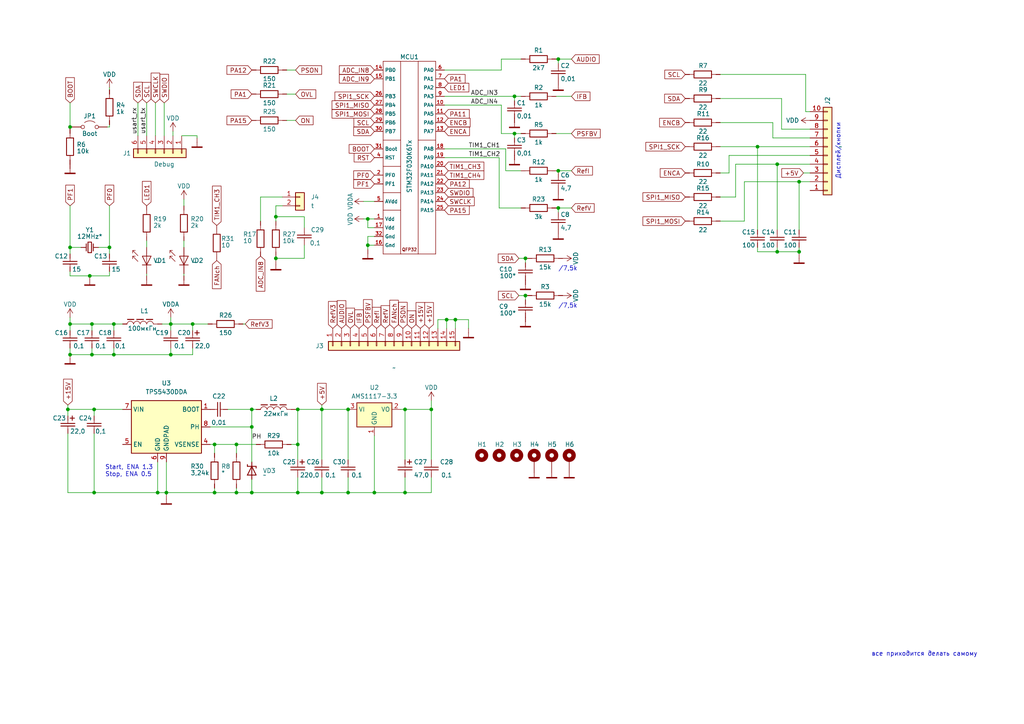
<source format=kicad_sch>
(kicad_sch (version 20230121) (generator eeschema)
  (paper "A4")
  (junction (at 55.88 93.98))
  (junction (at 219.71 42.545))
  (junction (at 68.58 128.905))
  (junction (at 117.475 118.745))
  (junction (at 106.68 71.12))
  (junction (at 48.26 142.875))
  (junction (at 93.345 142.875))
  (junction (at 117.475 142.875))
  (junction (at 20.32 93.98))
  (junction (at 80.01 62.865))
  (junction (at 62.23 128.905))
  (junction (at 33.02 93.98))
  (junction (at 86.36 128.905))
  (junction (at 31.75 71.755))
  (junction (at 132.08 92.71))
  (junction (at 68.58 142.875))
  (junction (at 108.585 142.875))
  (junction (at 73.025 118.745))
  (junction (at 45.72 142.875))
  (junction (at 161.925 17.145))
  (junction (at 231.775 52.705))
  (junction (at 73.025 142.875))
  (junction (at 125.095 118.745))
  (junction (at 129.54 92.71))
  (junction (at 106.68 63.5))
  (junction (at 62.23 142.875))
  (junction (at 152.4 85.725))
  (junction (at 27.305 118.745))
  (junction (at 149.225 27.94))
  (junction (at 49.53 93.98))
  (junction (at 225.425 47.625))
  (junction (at 20.32 71.755))
  (junction (at 100.965 142.875))
  (junction (at 20.32 102.87))
  (junction (at 161.925 49.53))
  (junction (at 27.305 142.875))
  (junction (at 20.32 36.83))
  (junction (at 100.965 118.745))
  (junction (at 152.4 74.93))
  (junction (at 49.53 102.87))
  (junction (at 19.685 118.745))
  (junction (at 80.01 74.93))
  (junction (at 231.775 73.025))
  (junction (at 93.345 118.745))
  (junction (at 26.67 93.98))
  (junction (at 33.02 102.87))
  (junction (at 225.425 73.025))
  (junction (at 26.67 102.87))
  (junction (at 73.025 123.825))
  (junction (at 26.035 80.01))
  (junction (at 161.925 60.325))
  (junction (at 149.225 38.735))
  (junction (at 86.36 118.745))
  (junction (at 86.36 142.875))
  (wire (pts (xy 128.905 30.48) (xy 145.415 30.48)))
  (wire (pts (xy 100.965 138.43) (xy 100.965 142.875)))
  (wire (pts (xy 225.425 47.625) (xy 234.95 47.625)))
  (wire (pts (xy 55.88 93.98) (xy 49.53 93.98)))
  (wire (pts (xy 117.475 142.875) (xy 108.585 142.875)))
  (wire (pts (xy 83.185 20.32) (xy 85.725 20.32)))
  (wire (pts (xy 132.08 92.71) (xy 135.89 92.71)))
  (wire (pts (xy 219.71 73.025) (xy 225.425 73.025)))
  (wire (pts (xy 108.585 68.58) (xy 106.68 68.58)))
  (wire (pts (xy 19.685 117.475) (xy 19.685 118.745)))
  (wire (pts (xy 150.495 85.725) (xy 152.4 85.725)))
  (wire (pts (xy 27.305 125.73) (xy 27.305 142.875)))
  (wire (pts (xy 234.95 45.085) (xy 211.455 45.085)))
  (wire (pts (xy 73.025 139.065) (xy 73.025 142.875)))
  (wire (pts (xy 42.545 79.375) (xy 42.545 80.01)))
  (wire (pts (xy 86.36 138.43) (xy 86.36 142.875)))
  (wire (pts (xy 151.13 49.53) (xy 146.685 49.53)))
  (wire (pts (xy 100.965 142.875) (xy 93.345 142.875)))
  (wire (pts (xy 231.775 71.755) (xy 231.775 73.025)))
  (wire (pts (xy 128.905 45.72) (xy 144.78 45.72)))
  (wire (pts (xy 129.54 92.71) (xy 132.08 92.71)))
  (wire (pts (xy 105.41 63.5) (xy 106.68 63.5)))
  (wire (pts (xy 53.34 57.785) (xy 53.34 59.69)))
  (wire (pts (xy 68.58 142.875) (xy 73.025 142.875)))
  (wire (pts (xy 233.045 50.165) (xy 234.95 50.165)))
  (wire (pts (xy 146.685 49.53) (xy 146.685 43.18)))
  (wire (pts (xy 125.095 138.43) (xy 125.095 142.875)))
  (wire (pts (xy 48.26 133.985) (xy 48.26 142.875)))
  (wire (pts (xy 70.485 93.98) (xy 71.12 93.98)))
  (wire (pts (xy 208.915 28.575) (xy 226.695 28.575)))
  (wire (pts (xy 129.54 95.25) (xy 129.54 92.71)))
  (wire (pts (xy 62.23 131.445) (xy 62.23 128.905)))
  (wire (pts (xy 145.415 38.735) (xy 149.225 38.735)))
  (wire (pts (xy 60.96 123.825) (xy 73.025 123.825)))
  (wire (pts (xy 145.415 17.145) (xy 151.13 17.145)))
  (wire (pts (xy 149.225 38.735) (xy 151.13 38.735)))
  (wire (pts (xy 68.58 128.905) (xy 68.58 131.445)))
  (wire (pts (xy 19.685 120.65) (xy 19.685 118.745)))
  (wire (pts (xy 62.23 128.905) (xy 60.96 128.905)))
  (wire (pts (xy 161.29 27.94) (xy 165.735 27.94)))
  (wire (pts (xy 31.75 80.01) (xy 31.75 78.74)))
  (wire (pts (xy 149.225 27.94) (xy 151.13 27.94)))
  (wire (pts (xy 161.925 60.325) (xy 165.735 60.325)))
  (wire (pts (xy 86.36 128.905) (xy 86.36 118.745)))
  (wire (pts (xy 226.695 37.465) (xy 234.95 37.465)))
  (wire (pts (xy 73.025 142.875) (xy 86.36 142.875)))
  (wire (pts (xy 161.925 17.145) (xy 161.925 18.415)))
  (wire (pts (xy 226.695 28.575) (xy 226.695 37.465)))
  (wire (pts (xy 33.02 102.87) (xy 49.53 102.87)))
  (wire (pts (xy 26.67 95.885) (xy 26.67 93.98)))
  (wire (pts (xy 73.025 133.985) (xy 73.025 123.825)))
  (wire (pts (xy 33.02 95.885) (xy 33.02 93.98)))
  (wire (pts (xy 106.68 68.58) (xy 106.68 71.12)))
  (wire (pts (xy 47.625 29.845) (xy 47.625 39.37)))
  (wire (pts (xy 33.02 100.965) (xy 33.02 102.87)))
  (wire (pts (xy 219.71 42.545) (xy 208.915 42.545)))
  (wire (pts (xy 83.185 34.925) (xy 85.725 34.925)))
  (wire (pts (xy 66.04 118.745) (xy 73.025 118.745)))
  (wire (pts (xy 33.02 102.87) (xy 26.67 102.87)))
  (wire (pts (xy 233.68 32.385) (xy 234.95 32.385)))
  (wire (pts (xy 86.36 142.875) (xy 93.345 142.875)))
  (wire (pts (xy 68.58 141.605) (xy 68.58 142.875)))
  (wire (pts (xy 93.345 133.35) (xy 93.345 118.745)))
  (wire (pts (xy 208.915 21.59) (xy 233.68 21.59)))
  (wire (pts (xy 27.305 118.745) (xy 27.305 120.65)))
  (wire (pts (xy 26.67 102.87) (xy 20.32 102.87)))
  (wire (pts (xy 31.75 73.66) (xy 31.75 71.755)))
  (wire (pts (xy 53.34 79.375) (xy 53.34 80.01)))
  (wire (pts (xy 161.29 60.325) (xy 161.925 60.325)))
  (wire (pts (xy 55.88 93.98) (xy 60.325 93.98)))
  (wire (pts (xy 75.565 57.15) (xy 75.565 64.135)))
  (wire (pts (xy 55.88 95.885) (xy 55.88 93.98)))
  (wire (pts (xy 215.9 64.135) (xy 215.9 52.705)))
  (wire (pts (xy 208.915 57.15) (xy 213.36 57.15)))
  (wire (pts (xy 234.95 42.545) (xy 219.71 42.545)))
  (wire (pts (xy 149.225 27.94) (xy 149.225 29.21)))
  (wire (pts (xy 105.41 58.42) (xy 108.585 58.42)))
  (wire (pts (xy 125.095 116.205) (xy 125.095 118.745)))
  (wire (pts (xy 108.585 126.365) (xy 108.585 142.875)))
  (wire (pts (xy 40.005 29.845) (xy 40.005 39.37)))
  (wire (pts (xy 161.29 17.145) (xy 161.925 17.145)))
  (wire (pts (xy 88.265 74.93) (xy 80.01 74.93)))
  (wire (pts (xy 31.75 59.69) (xy 31.75 71.755)))
  (wire (pts (xy 208.915 35.56) (xy 224.155 35.56)))
  (wire (pts (xy 152.4 74.93) (xy 153.035 74.93)))
  (wire (pts (xy 231.775 52.705) (xy 234.95 52.705)))
  (wire (pts (xy 108.585 142.875) (xy 100.965 142.875)))
  (wire (pts (xy 26.035 80.01) (xy 31.75 80.01)))
  (wire (pts (xy 149.225 38.735) (xy 149.225 40.005)))
  (wire (pts (xy 48.26 143.51) (xy 48.26 142.875)))
  (wire (pts (xy 84.455 128.905) (xy 86.36 128.905)))
  (wire (pts (xy 213.36 47.625) (xy 225.425 47.625)))
  (wire (pts (xy 219.71 42.545) (xy 219.71 66.675)))
  (wire (pts (xy 31.75 36.83) (xy 31.115 36.83)))
  (wire (pts (xy 93.345 118.745) (xy 100.965 118.745)))
  (wire (pts (xy 117.475 138.43) (xy 117.475 142.875)))
  (wire (pts (xy 213.36 57.15) (xy 213.36 47.625)))
  (wire (pts (xy 20.32 59.69) (xy 20.32 71.755)))
  (wire (pts (xy 161.925 17.145) (xy 165.735 17.145)))
  (wire (pts (xy 31.75 25.4) (xy 31.75 26.035)))
  (wire (pts (xy 208.915 64.135) (xy 215.9 64.135)))
  (wire (pts (xy 152.4 85.725) (xy 153.035 85.725)))
  (wire (pts (xy 161.925 49.53) (xy 165.735 49.53)))
  (wire (pts (xy 55.88 100.965) (xy 55.88 102.87)))
  (wire (pts (xy 20.32 80.01) (xy 26.035 80.01)))
  (wire (pts (xy 45.72 133.985) (xy 45.72 142.875)))
  (wire (pts (xy 127 92.71) (xy 129.54 92.71)))
  (wire (pts (xy 127 95.25) (xy 127 92.71)))
  (wire (pts (xy 20.32 100.965) (xy 20.32 102.87)))
  (wire (pts (xy 20.32 78.74) (xy 20.32 80.01)))
  (wire (pts (xy 20.32 71.755) (xy 23.495 71.755)))
  (wire (pts (xy 106.68 71.12) (xy 106.68 72.39)))
  (wire (pts (xy 19.685 118.745) (xy 27.305 118.745)))
  (wire (pts (xy 80.01 59.69) (xy 80.01 62.865)))
  (wire (pts (xy 225.425 47.625) (xy 225.425 66.675)))
  (wire (pts (xy 88.265 62.865) (xy 88.265 66.04)))
  (wire (pts (xy 68.58 128.905) (xy 74.295 128.905)))
  (wire (pts (xy 150.495 74.93) (xy 152.4 74.93)))
  (wire (pts (xy 225.425 73.025) (xy 231.775 73.025)))
  (wire (pts (xy 132.08 92.71) (xy 132.08 95.25)))
  (wire (pts (xy 50.165 38.1) (xy 50.165 39.37)))
  (wire (pts (xy 19.685 142.875) (xy 27.305 142.875)))
  (wire (pts (xy 152.4 74.93) (xy 152.4 76.2)))
  (wire (pts (xy 93.345 117.475) (xy 93.345 118.745)))
  (wire (pts (xy 146.685 43.18) (xy 128.905 43.18)))
  (wire (pts (xy 35.56 93.98) (xy 33.02 93.98)))
  (wire (pts (xy 80.01 74.295) (xy 80.01 74.93)))
  (wire (pts (xy 62.23 141.605) (xy 62.23 142.875)))
  (wire (pts (xy 117.475 133.35) (xy 117.475 118.745)))
  (wire (pts (xy 42.545 29.845) (xy 42.545 39.37)))
  (wire (pts (xy 86.36 118.745) (xy 93.345 118.745)))
  (wire (pts (xy 26.67 93.98) (xy 20.32 93.98)))
  (wire (pts (xy 57.15 39.37) (xy 52.705 39.37)))
  (wire (pts (xy 125.095 118.745) (xy 117.475 118.745)))
  (wire (pts (xy 231.775 73.025) (xy 231.775 73.66)))
  (wire (pts (xy 215.9 52.705) (xy 231.775 52.705)))
  (wire (pts (xy 117.475 118.745) (xy 116.205 118.745)))
  (wire (pts (xy 231.775 52.705) (xy 231.775 66.675)))
  (wire (pts (xy 144.78 45.72) (xy 144.78 60.325)))
  (wire (pts (xy 88.265 71.12) (xy 88.265 74.93)))
  (wire (pts (xy 83.185 27.305) (xy 85.725 27.305)))
  (wire (pts (xy 31.75 36.195) (xy 31.75 36.83)))
  (wire (pts (xy 93.345 138.43) (xy 93.345 142.875)))
  (wire (pts (xy 161.925 60.325) (xy 161.925 61.595)))
  (wire (pts (xy 108.585 66.04) (xy 106.68 66.04)))
  (wire (pts (xy 49.53 100.965) (xy 49.53 102.87)))
  (wire (pts (xy 225.425 71.755) (xy 225.425 73.025)))
  (wire (pts (xy 49.53 93.98) (xy 49.53 95.885)))
  (wire (pts (xy 42.545 71.755) (xy 42.545 69.85)))
  (wire (pts (xy 46.99 93.98) (xy 49.53 93.98)))
  (wire (pts (xy 20.32 29.845) (xy 20.32 36.83)))
  (wire (pts (xy 81.915 59.69) (xy 80.01 59.69)))
  (wire (pts (xy 26.67 100.965) (xy 26.67 102.87)))
  (wire (pts (xy 106.68 66.04) (xy 106.68 63.5)))
  (wire (pts (xy 45.72 142.875) (xy 48.26 142.875)))
  (wire (pts (xy 145.415 30.48) (xy 145.415 38.735)))
  (wire (pts (xy 20.32 36.83) (xy 20.955 36.83)))
  (wire (pts (xy 33.02 93.98) (xy 26.67 93.98)))
  (wire (pts (xy 86.36 133.35) (xy 86.36 128.905)))
  (wire (pts (xy 106.68 63.5) (xy 108.585 63.5)))
  (wire (pts (xy 48.26 142.875) (xy 62.23 142.875)))
  (wire (pts (xy 152.4 85.725) (xy 152.4 86.995)))
  (wire (pts (xy 20.32 93.98) (xy 20.32 95.885)))
  (wire (pts (xy 219.71 71.755) (xy 219.71 73.025)))
  (wire (pts (xy 100.965 118.745) (xy 100.965 133.35)))
  (wire (pts (xy 35.56 118.745) (xy 27.305 118.745)))
  (wire (pts (xy 73.025 123.825) (xy 73.025 118.745)))
  (wire (pts (xy 80.01 74.93) (xy 80.01 75.565)))
  (wire (pts (xy 161.29 38.735) (xy 165.735 38.735)))
  (wire (pts (xy 128.905 27.94) (xy 149.225 27.94)))
  (wire (pts (xy 81.915 57.15) (xy 75.565 57.15)))
  (wire (pts (xy 80.01 64.135) (xy 80.01 62.865)))
  (wire (pts (xy 86.36 118.745) (xy 85.725 118.745)))
  (wire (pts (xy 49.53 92.075) (xy 49.53 93.98)))
  (wire (pts (xy 108.585 71.12) (xy 106.68 71.12)))
  (wire (pts (xy 211.455 50.165) (xy 208.915 50.165)))
  (wire (pts (xy 20.32 73.66) (xy 20.32 71.755)))
  (wire (pts (xy 19.685 125.73) (xy 19.685 142.875)))
  (wire (pts (xy 53.34 69.85) (xy 53.34 71.755)))
  (wire (pts (xy 161.29 49.53) (xy 161.925 49.53)))
  (wire (pts (xy 128.905 20.32) (xy 145.415 20.32)))
  (wire (pts (xy 62.23 142.875) (xy 68.58 142.875)))
  (wire (pts (xy 211.455 45.085) (xy 211.455 50.165)))
  (wire (pts (xy 125.095 133.35) (xy 125.095 118.745)))
  (wire (pts (xy 28.575 71.755) (xy 31.75 71.755)))
  (wire (pts (xy 27.305 142.875) (xy 45.72 142.875)))
  (wire (pts (xy 80.01 62.865) (xy 88.265 62.865)))
  (wire (pts (xy 161.925 49.53) (xy 161.925 50.165)))
  (wire (pts (xy 73.025 118.745) (xy 74.295 118.745)))
  (wire (pts (xy 57.15 40.005) (xy 57.15 39.37)))
  (wire (pts (xy 135.89 95.25) (xy 135.89 92.71)))
  (wire (pts (xy 233.68 21.59) (xy 233.68 32.385)))
  (wire (pts (xy 145.415 20.32) (xy 145.415 17.145)))
  (wire (pts (xy 224.155 40.005) (xy 234.95 40.005)))
  (wire (pts (xy 62.23 128.905) (xy 68.58 128.905)))
  (wire (pts (xy 20.32 92.075) (xy 20.32 93.98)))
  (wire (pts (xy 224.155 35.56) (xy 224.155 40.005)))
  (wire (pts (xy 144.78 60.325) (xy 151.13 60.325)))
  (wire (pts (xy 45.085 29.845) (xy 45.085 39.37)))
  (wire (pts (xy 125.095 142.875) (xy 117.475 142.875)))
  (wire (pts (xy 20.32 36.83) (xy 20.32 37.465)))
  (wire (pts (xy 55.88 102.87) (xy 49.53 102.87)))
  (text "/7,5k" (at 161.925 78.74 0) (effects (font (size 1.27 1.27)) (justify left bottom)))
  (text "все приходится делать самому" (at 252.73 190.5 0) (effects (font (size 1.27 1.27)) (justify left bottom)))
  (text "Дисплей/кнопки" (at 243.84 35.56 90) (effects (font (size 1.27 1.27)) (justify right bottom)))
  (text "/7,5k" (at 161.925 89.535 0) (effects (font (size 1.27 1.27)) (justify left bottom)))
  (text "Start, ENA 1.3\nStop, ENA 0.5 " (at 30.48 138.43 0) (effects (font (size 1.27 1.27)) (justify left bottom)))
  (label "PH" (at 73.025 127.635 0))
  (label "TIM1_CH1" (at 135.89 43.18 0))
  (label "ADC_IN3" (at 136.525 27.94 0))
  (label "ADC_IN4" (at 136.525 30.48 0))
  (label "TIM1_CH2" (at 135.89 45.72 0))
  (label "usart_rx" (at 40.005 31.115 270))
  (label "usart_tx" (at 42.545 31.115 270))
  (global_label "ADC_IN9" (shape input) (at 108.585 22.86 180) (property "Intersheetrefs" "${INTERSHEET_REFS}" (effects hide)))
  (global_label "SDA" (shape input) (at 40.005 29.845 90) (property "Intersheetrefs" "${INTERSHEET_REFS}" (effects hide)))
  (global_label "OVL" (shape input) (at 85.725 27.305 0) (property "Intersheetrefs" "${INTERSHEET_REFS}" (effects hide)))
  (global_label "ON" (shape input) (at 85.725 34.925 0) (property "Intersheetrefs" "${INTERSHEET_REFS}" (effects hide)))
  (global_label "SCL" (shape input) (at 150.495 85.725 180) (property "Intersheetrefs" "${INTERSHEET_REFS}" (effects hide)))
  (global_label "SPI1_MISO" (shape input) (at 108.585 30.48 180) (property "Intersheetrefs" "${INTERSHEET_REFS}" (effects hide)))
  (global_label "SPI1_SCK" (shape input) (at 198.755 42.545 180) (property "Intersheetrefs" "${INTERSHEET_REFS}" (effects hide)))
  (global_label "SDA" (shape input) (at 198.755 28.575 180) (property "Intersheetrefs" "${INTERSHEET_REFS}" (effects hide)))
  (global_label "LED1" (shape input) (at 128.905 25.4 0) (property "Intersheetrefs" "${INTERSHEET_REFS}" (effects hide)))
  (global_label "BOOT" (shape input) (at 20.32 29.845 90) (property "Intersheetrefs" "${INTERSHEET_REFS}" (effects hide)))
  (global_label "ENCA" (shape input) (at 198.755 50.165 180) (property "Intersheetrefs" "${INTERSHEET_REFS}" (effects hide)))
  (global_label "SWDIO" (shape input) (at 128.905 55.88 0) (property "Intersheetrefs" "${INTERSHEET_REFS}" (effects hide)))
  (global_label "PA15" (shape input) (at 128.905 60.96 0) (property "Intersheetrefs" "${INTERSHEET_REFS}" (effects hide)))
  (global_label "SCL" (shape input) (at 42.545 29.845 90) (property "Intersheetrefs" "${INTERSHEET_REFS}" (effects hide)))
  (global_label "PF0" (shape input) (at 31.75 59.69 90) (property "Intersheetrefs" "${INTERSHEET_REFS}" (effects hide)))
  (global_label "AUDIO" (shape input) (at 99.06 95.25 90) (property "Intersheetrefs" "${INTERSHEET_REFS}" (effects hide)))
  (global_label "RefI" (shape input) (at 109.22 95.25 90) (property "Intersheetrefs" "${INTERSHEET_REFS}" (effects hide)))
  (global_label "PA1" (shape input) (at 73.025 27.305 180) (property "Intersheetrefs" "${INTERSHEET_REFS}" (effects hide)))
  (global_label "PA1" (shape input) (at 128.905 22.86 0) (property "Intersheetrefs" "${INTERSHEET_REFS}" (effects hide)))
  (global_label "+15V" (shape input) (at 19.685 117.475 90) (property "Intersheetrefs" "${INTERSHEET_REFS}" (effects hide)))
  (global_label "PSFBV" (shape input) (at 165.735 38.735 0) (property "Intersheetrefs" "${INTERSHEET_REFS}" (effects hide)))
  (global_label "RefV3" (shape input) (at 96.52 95.25 90) (property "Intersheetrefs" "${INTERSHEET_REFS}" (effects hide)))
  (global_label "PF1" (shape input) (at 20.32 59.69 90) (property "Intersheetrefs" "${INTERSHEET_REFS}" (effects hide)))
  (global_label "PA12" (shape input) (at 73.025 20.32 180) (property "Intersheetrefs" "${INTERSHEET_REFS}" (effects hide)))
  (global_label "OVL" (shape input) (at 101.6 95.25 90) (property "Intersheetrefs" "${INTERSHEET_REFS}" (effects hide)))
  (global_label "SCL" (shape input) (at 108.585 35.56 180) (property "Intersheetrefs" "${INTERSHEET_REFS}" (effects hide)))
  (global_label "ENCB" (shape input) (at 128.905 35.56 0) (property "Intersheetrefs" "${INTERSHEET_REFS}" (effects hide)))
  (global_label "TIM1_CH4" (shape input) (at 128.905 50.8 0) (property "Intersheetrefs" "${INTERSHEET_REFS}" (effects hide)))
  (global_label "IFB" (shape input) (at 104.14 95.25 90) (property "Intersheetrefs" "${INTERSHEET_REFS}" (effects hide)))
  (global_label "ADC_IN8" (shape input) (at 108.585 20.32 180) (property "Intersheetrefs" "${INTERSHEET_REFS}" (effects hide)))
  (global_label "ADC_IN8" (shape input) (at 75.565 74.295 270) (property "Intersheetrefs" "${INTERSHEET_REFS}" (effects hide)))
  (global_label "FANch" (shape input) (at 114.3 95.25 90) (property "Intersheetrefs" "${INTERSHEET_REFS}" (effects hide)))
  (global_label "ON" (shape input) (at 119.38 95.25 90) (property "Intersheetrefs" "${INTERSHEET_REFS}" (effects hide)))
  (global_label "PF0" (shape input) (at 108.585 50.8 180) (property "Intersheetrefs" "${INTERSHEET_REFS}" (effects hide)))
  (global_label "PSON" (shape input) (at 116.84 95.25 90) (property "Intersheetrefs" "${INTERSHEET_REFS}" (effects hide)))
  (global_label "RST" (shape input) (at 108.585 45.72 180) (property "Intersheetrefs" "${INTERSHEET_REFS}" (effects hide)))
  (global_label "SDA" (shape input) (at 150.495 74.93 180) (property "Intersheetrefs" "${INTERSHEET_REFS}" (effects hide)))
  (global_label "SCL" (shape input) (at 198.755 21.59 180) (property "Intersheetrefs" "${INTERSHEET_REFS}" (effects hide)))
  (global_label "IFB" (shape input) (at 165.735 27.94 0) (property "Intersheetrefs" "${INTERSHEET_REFS}" (effects hide)))
  (global_label "SPI1_MOSI" (shape input) (at 198.755 64.135 180) (property "Intersheetrefs" "${INTERSHEET_REFS}" (effects hide)))
  (global_label "PF1" (shape input) (at 108.585 53.34 180) (property "Intersheetrefs" "${INTERSHEET_REFS}" (effects hide)))
  (global_label "TIM1_CH3" (shape input) (at 62.865 65.405 90) (property "Intersheetrefs" "${INTERSHEET_REFS}" (effects hide)))
  (global_label "TIM1_CH3" (shape input) (at 128.905 48.26 0) (property "Intersheetrefs" "${INTERSHEET_REFS}" (effects hide)))
  (global_label "BOOT" (shape input) (at 108.585 43.18 180) (property "Intersheetrefs" "${INTERSHEET_REFS}" (effects hide)))
  (global_label "ENCA" (shape input) (at 128.905 38.1 0) (property "Intersheetrefs" "${INTERSHEET_REFS}" (effects hide)))
  (global_label "SDA" (shape input) (at 108.585 38.1 180) (property "Intersheetrefs" "${INTERSHEET_REFS}" (effects hide)))
  (global_label "ENCB" (shape input) (at 198.755 35.56 180) (property "Intersheetrefs" "${INTERSHEET_REFS}" (effects hide)))
  (global_label "PSON" (shape input) (at 85.725 20.32 0) (property "Intersheetrefs" "${INTERSHEET_REFS}" (effects hide)))
  (global_label "+5V" (shape input) (at 233.045 50.165 180) (property "Intersheetrefs" "${INTERSHEET_REFS}" (effects hide)))
  (global_label "PA12" (shape input) (at 128.905 53.34 0) (property "Intersheetrefs" "${INTERSHEET_REFS}" (effects hide)))
  (global_label "+15V" (shape input) (at 124.46 95.25 90) (property "Intersheetrefs" "${INTERSHEET_REFS}" (effects hide)))
  (global_label "SWCLK" (shape input) (at 128.905 58.42 0) (property "Intersheetrefs" "${INTERSHEET_REFS}" (effects hide)))
  (global_label "SPI1_MOSI" (shape input) (at 108.585 33.02 180) (property "Intersheetrefs" "${INTERSHEET_REFS}" (effects hide)))
  (global_label "RefV" (shape input) (at 165.735 60.325 0) (property "Intersheetrefs" "${INTERSHEET_REFS}" (effects hide)))
  (global_label "+15V" (shape input) (at 121.92 95.25 90) (property "Intersheetrefs" "${INTERSHEET_REFS}" (effects hide)))
  (global_label "PA15" (shape input) (at 73.025 34.925 180) (property "Intersheetrefs" "${INTERSHEET_REFS}" (effects hide)))
  (global_label "RefI" (shape input) (at 165.735 49.53 0) (property "Intersheetrefs" "${INTERSHEET_REFS}" (effects hide)))
  (global_label "RefV3" (shape input) (at 71.12 93.98 0) (property "Intersheetrefs" "${INTERSHEET_REFS}" (effects hide)))
  (global_label "SWCLK" (shape input) (at 45.085 29.845 90) (property "Intersheetrefs" "${INTERSHEET_REFS}" (effects hide)))
  (global_label "+5V" (shape input) (at 93.345 117.475 90) (property "Intersheetrefs" "${INTERSHEET_REFS}" (effects hide)))
  (global_label "FANch" (shape input) (at 62.865 75.565 270) (property "Intersheetrefs" "${INTERSHEET_REFS}" (effects hide)))
  (global_label "SWDIO" (shape input) (at 47.625 29.845 90) (property "Intersheetrefs" "${INTERSHEET_REFS}" (effects hide)))
  (global_label "AUDIO" (shape input) (at 165.735 17.145 0) (property "Intersheetrefs" "${INTERSHEET_REFS}" (effects hide)))
  (global_label "SPI1_MISO" (shape input) (at 198.755 57.15 180) (property "Intersheetrefs" "${INTERSHEET_REFS}" (effects hide)))
  (global_label "RefV" (shape input) (at 111.76 95.25 90) (property "Intersheetrefs" "${INTERSHEET_REFS}" (effects hide)))
  (global_label "LED1" (shape input) (at 42.545 59.69 90) (property "Intersheetrefs" "${INTERSHEET_REFS}" (effects hide)))
  (global_label "SPI1_SCK" (shape input) (at 108.585 27.94 180) (property "Intersheetrefs" "${INTERSHEET_REFS}" (effects hide)))
  (global_label "PA11" (shape input) (at 128.905 33.02 0) (property "Intersheetrefs" "${INTERSHEET_REFS}" (effects hide)))
  (global_label "PSFBV" (shape input) (at 106.68 95.25 90) (property "Intersheetrefs" "${INTERSHEET_REFS}" (effects hide)))
  (symbol (lib_name "R_RES_2") (lib_id "radio_Resistors:R_RES") (at 65.405 93.98 0) (unit 1)
    (property "Reference" "R26" (at 63.5 91.44 0) (effects (justify left)))
    (property "Value" "150" (at 63.5 96.52 0) (effects (justify left)))
    (property "Footprint" "Resistor_SMD:R_1206_3216Metric_Pad1.30x1.75mm_HandSolder" (effects hide))
  )
  (symbol (lib_id "power:VDD") (at 20.32 92.075 0) (unit 1)
    (property "Reference" "#PWR020" (effects hide))
    (property "Value" "VDD" (at 20.32 88.265 0))
  )
  (symbol (lib_name "R_RES_2") (lib_id "radio_Resistors:R_RES") (at 78.105 34.925 0) (unit 1)
    (property "Reference" "R25" (at 76.2 32.385 0) (effects (justify left)))
    (property "Value" "150" (at 76.2 37.465 0) (effects (justify left)))
    (property "Footprint" "Resistor_SMD:R_1206_3216Metric_Pad1.30x1.75mm_HandSolder" (effects hide))
  )
  (symbol (lib_name "R_RES_2") (lib_id "radio_Resistors:R_RES") (at 158.115 85.725 0) (unit 1)
    (property "Reference" "R3" (at 158.115 83.185 0))
    (property "Value" "15k" (at 158.115 88.265 0))
    (property "Footprint" "Resistor_SMD:R_1206_3216Metric_Pad1.30x1.75mm_HandSolder" (effects hide))
  )
  (symbol (lib_id "Regulator_Linear:AMS1117-3.3") (at 108.585 118.745 0) (unit 1)
    (property "Reference" "U2" (at 108.585 112.395 0))
    (property "Value" "AMS1117-3.3" (at 108.585 114.935 0))
    (property "Footprint" "Package_TO_SOT_SMD:SOT-223-3_TabPin2" (effects hide))
    (property "Datasheet" "http://www.advanced-monolithic.com/pdf/ds1117.pdf" (effects hide))
  )
  (symbol (lib_id "radio_Resistors:R_RES") (at 20.32 42.545 270) (unit 1)
    (property "Reference" "R6" (at 22.225 41.91 90) (effects (justify left)))
    (property "Value" "10k" (at 22.225 43.815 90) (effects (justify left)))
    (property "Footprint" "Resistor_SMD:R_1206_3216Metric_Pad1.30x1.75mm_HandSolder" (effects hide))
  )
  (symbol (lib_name "GND_2") (lib_id "radio_Power:GND") (at 161.925 69.215 0) (mirror y) (unit 1)
    (property "Reference" "#PWR014" (effects hide))
    (property "Value" "GND" (effects hide))
  )
  (symbol (lib_name "R_RES_2") (lib_id "radio_Resistors:R_RES") (at 78.105 27.305 0) (unit 1)
    (property "Reference" "R21" (at 76.2 24.765 0) (effects (justify left)))
    (property "Value" "150" (at 76.2 29.845 0) (effects (justify left)))
    (property "Footprint" "Resistor_SMD:R_1206_3216Metric_Pad1.30x1.75mm_HandSolder" (effects hide))
  )
  (symbol (lib_id "radio_Capacitors:C_CAP_PLUS") (at 19.685 123.19 270) (unit 1)
    (property "Reference" "C23" (at 15.24 121.285 90) (effects (justify left)))
    (property "Value" "22,0" (at 20.32 125.095 90) (effects (justify left)))
    (property "Footprint" "Capacitor_SMD:C_1210_3225Metric_Pad1.33x2.70mm_HandSolder" (effects hide))
  )
  (symbol (lib_name "C_CAP_8") (lib_id "radio_Capacitors:C_CAP") (at 125.095 135.89 270) (unit 1)
    (property "Reference" "C28" (at 129.54 133.985 90))
    (property "Value" "0,1" (at 129.54 137.795 90))
    (property "Footprint" "Capacitor_SMD:C_1206_3216Metric_Pad1.33x1.80mm_HandSolder" (effects hide))
  )
  (symbol (lib_name "R_RES_2") (lib_id "radio_Resistors:R_RES") (at 156.21 38.735 0) (mirror x) (unit 1)
    (property "Reference" "R5" (at 156.21 36.195 0))
    (property "Value" "1k" (at 156.21 41.275 0))
    (property "Footprint" "Resistor_SMD:R_1206_3216Metric_Pad1.30x1.75mm_HandSolder" (effects hide))
  )
  (symbol (lib_name "GND_2") (lib_id "radio_Power:GND") (at 231.775 76.2 0) (unit 1)
    (property "Reference" "#PWR013" (effects hide))
    (property "Value" "GND" (effects hide))
  )
  (symbol (lib_id "Connector_Generic:Conn_01x10") (at 240.03 45.085 0) (mirror x) (unit 1)
    (property "Reference" "J2" (at 240.03 29.21 90))
    (property "Value" "~" (at 243.205 42.545 0) (effects (justify left)))
    (property "Footprint" "0smps_footprints:IDC-Header_2x05_P2.54_V01" (effects hide))
  )
  (symbol (lib_name "R_RES_2") (lib_id "radio_Resistors:R_RES") (at 62.865 70.485 90) (unit 1)
    (property "Reference" "R31" (at 64.135 69.215 90) (effects (justify right)))
    (property "Value" "10" (at 64.135 71.12 90) (effects (justify right)))
    (property "Footprint" "Resistor_SMD:R_1206_3216Metric_Pad1.30x1.75mm_HandSolder" (effects hide))
  )
  (symbol (lib_id "radio_Inductors:L_DIEL") (at 80.645 125.095 0) (unit 1)
    (property "Reference" "L2" (at 79.375 115.57 0))
    (property "Value" "22мкГн" (at 80.01 120.015 0))
    (property "Footprint" "Inductor_SMD:L_Abracon_ASPI-0630LR" (effects hide))
  )
  (symbol (lib_id "zlib:LED_zm1") (at 53.34 75.565 90) (unit 1)
    (property "Reference" "VD2" (at 55.245 75.565 90) (effects (justify right)))
    (property "Value" "~" (at 55.88 76.0603 90) (effects (justify right)))
    (property "Footprint" "LED_SMD:LED_1210_3225Metric_Pad1.42x2.65mm_HandSolder" (effects hide))
  )
  (symbol (lib_id "power:VDD") (at 53.34 57.785 0) (unit 1)
    (property "Reference" "#PWR011" (effects hide))
    (property "Value" "VDD" (at 53.34 53.975 0))
  )
  (symbol (lib_name "GND_2") (lib_id "radio_Power:GND") (at 53.34 82.55 0) (mirror y) (unit 1)
    (property "Reference" "#PWR019" (effects hide))
    (property "Value" "GND" (effects hide))
  )
  (symbol (lib_id "0z_diode:VD_SCHOTTKY") (at 73.025 136.525 90) (unit 1)
    (property "Reference" "VD3" (at 76.2 136.525 90) (effects (justify right)))
    (property "Value" "~" (at 76.2 137.795 90) (effects (justify right)))
    (property "Footprint" "Diode_SMD:D_2010_5025Metric_Pad1.52x2.65mm_HandSolder" (effects hide))
  )
  (symbol (lib_name "GND_2") (lib_id "radio_Power:GND") (at 106.68 74.93 0) (mirror y) (unit 1)
    (property "Reference" "#PWR033" (effects hide))
    (property "Value" "GND" (effects hide))
  )
  (symbol (lib_id "Mechanical:MountingHole_Pad") (at 154.94 133.35 0) (unit 1)
    (property "Reference" "H4" (at 153.67 128.905 0) (effects (justify left)))
    (property "Value" "MountingHole_Pad" (effects hide))
    (property "Footprint" "MountingHole:MountingHole_3.2mm_M3_DIN965_Pad" (effects hide))
  )
  (symbol (lib_name "GND_2") (lib_id "radio_Power:GND") (at 152.4 94.615 0) (mirror y) (unit 1)
    (property "Reference" "#PWR030" (effects hide))
    (property "Value" "GND" (effects hide))
  )
  (symbol (lib_id "power:VDDA") (at 105.41 58.42 90) (unit 1)
    (property "Reference" "#PWR034" (effects hide))
    (property "Value" "VDDA" (at 101.6 58.42 0))
  )
  (symbol (lib_id "Connector_Generic:Conn_01x15") (at 114.3 100.33 90) (mirror x) (unit 1)
    (property "Reference" "J3" (at 92.71 100.33 90))
    (property "Value" "~" (at 114.3 106.68 90))
    (property "Footprint" "Connector_PinHeader_2.54mm:PinHeader_1x15_P2.54mm_Vertical" (effects hide))
  )
  (symbol (lib_id "Mechanical:MountingHole") (at 139.7 132.08 0) (unit 1)
    (property "Reference" "H1" (at 138.43 128.905 0) (effects (justify left)))
    (property "Value" "MountingHole" (effects hide))
    (property "Footprint" "MountingHole:MountingHole_3.2mm_M3" (effects hide))
  )
  (symbol (lib_name "C_CAP_8") (lib_id "radio_Capacitors:C_CAP") (at 225.425 69.215 90) (mirror x) (unit 1)
    (property "Reference" "C14" (at 224.79 67.31 90) (effects (justify left)))
    (property "Value" "100" (at 224.79 71.12 90) (effects (justify left)))
    (property "Footprint" "Capacitor_SMD:C_1206_3216Metric_Pad1.33x1.80mm_HandSolder" (effects hide))
  )
  (symbol (lib_name "GND_2") (lib_id "radio_Power:GND") (at 149.225 36.83 0) (unit 1)
    (property "Reference" "#PWR035" (effects hide))
    (property "Value" "GND" (effects hide))
  )
  (symbol (lib_name "GND_2") (lib_id "radio_Power:GND") (at 57.15 42.545 0) (mirror y) (unit 1)
    (property "Reference" "#PWR01" (effects hide))
    (property "Value" "GND" (effects hide))
  )
  (symbol (lib_name "C_CAP_7") (lib_id "radio_Capacitors:C_CAP") (at 49.53 98.425 270) (unit 1)
    (property "Reference" "C19" (at 46.99 96.52 90))
    (property "Value" "0,1" (at 52.07 100.33 90))
    (property "Footprint" "Capacitor_SMD:C_1206_3216Metric_Pad1.33x1.80mm_HandSolder" (effects hide))
  )
  (symbol (lib_name "C_CAP_8") (lib_id "radio_Capacitors:C_CAP") (at 149.225 42.545 90) (mirror x) (unit 1)
    (property "Reference" "C3" (at 149.86 40.64 90) (effects (justify right)))
    (property "Value" "0,01" (at 149.86 44.45 90) (effects (justify right)))
    (property "Footprint" "Capacitor_SMD:C_1206_3216Metric_Pad1.33x1.80mm_HandSolder" (effects hide))
  )
  (symbol (lib_name "R_RES_2") (lib_id "radio_Resistors:R_RES") (at 156.21 27.94 0) (mirror x) (unit 1)
    (property "Reference" "R2" (at 156.21 25.4 0))
    (property "Value" "1k" (at 156.21 30.48 0))
    (property "Footprint" "Resistor_SMD:R_1206_3216Metric_Pad1.30x1.75mm_HandSolder" (effects hide))
  )
  (symbol (lib_name "GND_2") (lib_id "radio_Power:GND") (at 154.94 138.43 0) (mirror y) (unit 1)
    (property "Reference" "#PWR08" (effects hide))
    (property "Value" "GND" (effects hide))
  )
  (symbol (lib_name "R_RES_2") (lib_id "radio_Resistors:R_RES") (at 203.835 50.165 0) (mirror x) (unit 1)
    (property "Reference" "R10" (at 201.93 47.625 0) (effects (justify left)))
    (property "Value" "22" (at 202.565 52.705 0) (effects (justify left)))
    (property "Footprint" "Resistor_SMD:R_1206_3216Metric_Pad1.30x1.75mm_HandSolder" (effects hide))
  )
  (symbol (lib_name "C_CAP_8") (lib_id "radio_Capacitors:C_CAP") (at 100.965 135.89 270) (unit 1)
    (property "Reference" "C30" (at 98.425 133.985 90))
    (property "Value" "0,1" (at 103.505 137.795 90))
    (property "Footprint" "Capacitor_SMD:C_1206_3216Metric_Pad1.33x1.80mm_HandSolder" (effects hide))
  )
  (symbol (lib_name "R_RES_2") (lib_id "radio_Resistors:R_RES") (at 75.565 69.215 270) (unit 1)
    (property "Reference" "R17" (at 70.485 67.945 90) (effects (justify left)))
    (property "Value" "10" (at 70.485 69.85 90) (effects (justify left)))
    (property "Footprint" "Resistor_SMD:R_1206_3216Metric_Pad1.30x1.75mm_HandSolder" (effects hide))
  )
  (symbol (lib_name "C_CAP_8") (lib_id "radio_Capacitors:C_CAP") (at 88.265 68.58 270) (unit 1)
    (property "Reference" "C29" (at 92.075 66.675 90))
    (property "Value" "0,1" (at 91.44 70.485 90))
    (property "Footprint" "Capacitor_SMD:C_1206_3216Metric_Pad1.33x1.80mm_HandSolder" (effects hide))
  )
  (symbol (lib_id "zlib:LED_zm1") (at 42.545 75.565 90) (unit 1)
    (property "Reference" "VD1" (at 44.45 75.565 90) (effects (justify right)))
    (property "Value" "~" (at 45.085 76.0603 90) (effects (justify right)))
    (property "Footprint" "LED_SMD:LED_1210_3225Metric_Pad1.42x2.65mm_HandSolder" (effects hide))
  )
  (symbol (lib_name "GND_1") (lib_id "radio_Power:GND") (at 20.32 50.165 0) (mirror y) (unit 1)
    (property "Reference" "#PWR010" (effects hide))
    (property "Value" "GND" (effects hide))
  )
  (symbol (lib_name "R_RES_2") (lib_id "radio_Resistors:R_RES") (at 53.34 64.77 270) (unit 1)
    (property "Reference" "R20" (at 55.245 63.5 90) (effects (justify left)))
    (property "Value" "2k" (at 55.245 65.405 90) (effects (justify left)))
    (property "Footprint" "Resistor_SMD:R_1206_3216Metric_Pad1.30x1.75mm_HandSolder" (effects hide))
  )
  (symbol (lib_id "Connector_Generic:Conn_01x06") (at 47.625 44.45 270) (unit 1)
    (property "Reference" "J1" (at 36.83 44.45 90))
    (property "Value" "Debug" (at 47.625 47.625 90))
    (property "Footprint" "2020_zmod:PinHeader_1x06_P2.54mm_Vertical_zm" (effects hide))
  )
  (symbol (lib_id "Mechanical:MountingHole_Pad") (at 165.1 133.35 0) (unit 1)
    (property "Reference" "H6" (at 163.83 128.905 0) (effects (justify left)))
    (property "Value" "MountingHole_Pad" (effects hide))
    (property "Footprint" "MountingHole:MountingHole_3.2mm_M3_DIN965_Pad" (effects hide))
  )
  (symbol (lib_name "C_CAP_2") (lib_id "radio_Capacitors:C_CAP") (at 20.32 76.2 270) (unit 1)
    (property "Reference" "C12" (at 17.78 74.295 90))
    (property "Value" "15" (at 22.225 78.105 90))
    (property "Footprint" "Capacitor_SMD:C_1206_3216Metric_Pad1.33x1.80mm_HandSolder" (effects hide))
  )
  (symbol (lib_name "R_RES_2") (lib_id "radio_Resistors:R_RES") (at 78.105 20.32 0) (unit 1)
    (property "Reference" "R22" (at 76.2 17.78 0) (effects (justify left)))
    (property "Value" "150" (at 76.2 22.86 0) (effects (justify left)))
    (property "Footprint" "Resistor_SMD:R_1206_3216Metric_Pad1.30x1.75mm_HandSolder" (effects hide))
  )
  (symbol (lib_name "R_RES_2") (lib_id "radio_Resistors:R_RES") (at 62.23 136.525 270) (unit 1)
    (property "Reference" "R30" (at 55.245 135.255 90) (effects (justify left)))
    (property "Value" "3,24k" (at 55.245 137.16 90) (effects (justify left)))
    (property "Footprint" "Resistor_SMD:R_1206_3216Metric_Pad1.30x1.75mm_HandSolder" (effects hide))
  )
  (symbol (lib_id "Regulator_Switching:TPS5430DDA") (at 48.26 123.825 0) (unit 1)
    (property "Reference" "U3" (at 48.26 111.125 0))
    (property "Value" "TPS5430DDA" (at 48.26 113.665 0))
    (property "Footprint" "0smps_footprints:TI_SO-PowerPAD-8_ThermalViasV1" (effects hide))
    (property "Datasheet" "http://www.ti.com/lit/ds/symlink/tps5430.pdf" (effects hide))
  )
  (symbol (lib_name "GND_2") (lib_id "radio_Power:GND") (at 48.26 146.05 0) (mirror y) (unit 1)
    (property "Reference" "#PWR028" (effects hide))
    (property "Value" "GND" (effects hide))
  )
  (symbol (lib_name "R_RES_2") (lib_id "radio_Resistors:R_RES") (at 68.58 136.525 270) (unit 1)
    (property "Reference" "R8" (at 64.135 135.255 90) (effects (justify left)))
    (property "Value" "*" (at 64.135 137.16 90) (effects (justify left)))
    (property "Footprint" "Resistor_SMD:R_1206_3216Metric_Pad1.30x1.75mm_HandSolder" (effects hide))
  )
  (symbol (lib_id "power:VDD") (at 234.95 34.925 90) (mirror x) (unit 1)
    (property "Reference" "#PWR07" (effects hide))
    (property "Value" "VDD" (at 229.87 34.925 90))
  )
  (symbol (lib_name "GND_2") (lib_id "radio_Power:GND") (at 80.01 78.105 0) (mirror y) (unit 1)
    (property "Reference" "#PWR027" (effects hide))
    (property "Value" "GND" (effects hide))
  )
  (symbol (lib_name "R_RES_2") (lib_id "radio_Resistors:R_RES") (at 203.835 21.59 0) (mirror x) (unit 1)
    (property "Reference" "R7" (at 202.565 19.05 0) (effects (justify left)))
    (property "Value" "22" (at 202.565 24.13 0) (effects (justify left)))
    (property "Footprint" "Resistor_SMD:R_1206_3216Metric_Pad1.30x1.75mm_HandSolder" (effects hide))
  )
  (symbol (lib_id "power:VDDA") (at 49.53 92.075 0) (unit 1)
    (property "Reference" "#PWR021" (effects hide))
    (property "Value" "VDDA" (at 49.53 88.265 0))
  )
  (symbol (lib_name "R_RES_2") (lib_id "radio_Resistors:R_RES") (at 42.545 64.77 270) (unit 1)
    (property "Reference" "R19" (at 44.45 63.5 90) (effects (justify left)))
    (property "Value" "2k" (at 44.45 65.405 90) (effects (justify left)))
    (property "Footprint" "Resistor_SMD:R_1206_3216Metric_Pad1.30x1.75mm_HandSolder" (effects hide))
  )
  (symbol (lib_name "C_CAP_8") (lib_id "radio_Capacitors:C_CAP") (at 161.925 20.955 270) (mirror x) (unit 1)
    (property "Reference" "C2" (at 162.56 19.05 90) (effects (justify left)))
    (property "Value" "0,01" (at 162.56 22.86 90) (effects (justify left)))
    (property "Footprint" "Capacitor_SMD:C_1210_3225Metric_Pad1.33x2.70mm_HandSolder" (effects hide))
  )
  (symbol (lib_name "GND_2") (lib_id "radio_Power:GND") (at 135.89 97.79 0) (mirror y) (unit 1)
    (property "Reference" "#PWR022" (effects hide))
    (property "Value" "GND" (effects hide))
  )
  (symbol (lib_name "R_RES_2") (lib_id "radio_Resistors:R_RES") (at 203.835 28.575 0) (mirror x) (unit 1)
    (property "Reference" "R9" (at 202.565 26.035 0) (effects (justify left)))
    (property "Value" "22" (at 202.565 31.115 0) (effects (justify left)))
    (property "Footprint" "Resistor_SMD:R_1206_3216Metric_Pad1.30x1.75mm_HandSolder" (effects hide))
  )
  (symbol (lib_name "C_CAP_8") (lib_id "radio_Capacitors:C_CAP") (at 152.4 89.535 270) (unit 1)
    (property "Reference" "C9" (at 146.05 88.9 90))
    (property "Value" "100*" (at 147.32 90.805 90))
    (property "Footprint" "Capacitor_SMD:C_1206_3216Metric_Pad1.33x1.80mm_HandSolder" (effects hide))
  )
  (symbol (lib_name "R_RES_2") (lib_id "radio_Resistors:R_RES") (at 80.01 69.215 270) (unit 1)
    (property "Reference" "R27" (at 81.915 67.945 90) (effects (justify left)))
    (property "Value" "10k" (at 81.915 69.85 90) (effects (justify left)))
    (property "Footprint" "Resistor_SMD:R_1206_3216Metric_Pad1.30x1.75mm_HandSolder" (effects hide))
  )
  (symbol (lib_name "GND_2") (lib_id "radio_Power:GND") (at 160.02 138.43 0) (mirror y) (unit 1)
    (property "Reference" "#PWR016" (effects hide))
    (property "Value" "GND" (effects hide))
  )
  (symbol (lib_id "power:VDD") (at 50.165 38.1 0) (unit 1)
    (property "Reference" "#PWR06" (effects hide))
    (property "Value" "VDD" (at 50.165 34.29 0))
  )
  (symbol (lib_name "GND_2") (lib_id "radio_Power:GND") (at 165.1 138.43 0) (mirror y) (unit 1)
    (property "Reference" "#PWR025" (effects hide))
    (property "Value" "GND" (effects hide))
  )
  (symbol (lib_name "C_CAP_8") (lib_id "radio_Capacitors:C_CAP") (at 152.4 78.74 270) (unit 1)
    (property "Reference" "C10" (at 146.685 78.105 90))
    (property "Value" "100*" (at 147.32 80.01 90))
    (property "Footprint" "Capacitor_SMD:C_1206_3216Metric_Pad1.33x1.80mm_HandSolder" (effects hide))
  )
  (symbol (lib_name "R_RES_2") (lib_id "radio_Resistors:R_RES") (at 156.21 17.145 0) (mirror y) (unit 1)
    (property "Reference" "R1" (at 156.21 14.605 0))
    (property "Value" "2k7" (at 156.21 19.685 0))
    (property "Footprint" "Resistor_SMD:R_1206_3216Metric_Pad1.30x1.75mm_HandSolder" (effects hide))
  )
  (symbol (lib_name "R_RES_2") (lib_id "radio_Resistors:R_RES") (at 156.21 60.325 180) (unit 1)
    (property "Reference" "R23" (at 156.21 57.785 0))
    (property "Value" "3k" (at 156.21 62.865 0))
    (property "Footprint" "Resistor_SMD:R_1206_3216Metric_Pad1.30x1.75mm_HandSolder" (effects hide))
  )
  (symbol (lib_name "C_CAP_3") (lib_id "radio_Capacitors:C_CAP") (at 31.75 76.2 270) (unit 1)
    (property "Reference" "C13" (at 29.21 74.295 90))
    (property "Value" "15" (at 33.655 78.105 90))
    (property "Footprint" "Capacitor_SMD:C_1206_3216Metric_Pad1.33x1.80mm_HandSolder" (effects hide))
  )
  (symbol (lib_name "GND_2") (lib_id "radio_Power:GND") (at 152.4 83.82 0) (mirror y) (unit 1)
    (property "Reference" "#PWR031" (effects hide))
    (property "Value" "GND" (effects hide))
  )
  (symbol (lib_name "C_CAP_8") (lib_id "radio_Capacitors:C_CAP") (at 161.925 64.135 270) (unit 1)
    (property "Reference" "C8" (at 162.56 62.23 90) (effects (justify left)))
    (property "Value" "4,7" (at 162.56 66.04 90) (effects (justify left)))
    (property "Footprint" "Capacitor_SMD:C_1210_3225Metric_Pad1.33x2.70mm_HandSolder" (effects hide))
  )
  (symbol (lib_id "power:VDD") (at 31.75 25.4 0) (unit 1)
    (property "Reference" "#PWR02" (effects hide))
    (property "Value" "VDD" (at 31.75 21.59 0))
  )
  (symbol (lib_id "power:VDD") (at 163.195 85.725 270) (unit 1)
    (property "Reference" "#PWR026" (effects hide))
    (property "Value" "VDD" (at 167.005 85.725 0))
  )
  (symbol (lib_name "GND_2") (lib_id "radio_Power:GND") (at 26.035 82.55 0) (mirror y) (unit 1)
    (property "Reference" "#PWR017" (effects hide))
    (property "Value" "GND" (effects hide))
  )
  (symbol (lib_name "C_CAP_8") (lib_id "radio_Capacitors:C_CAP") (at 231.775 69.215 90) (mirror x) (unit 1)
    (property "Reference" "C11" (at 231.14 67.31 90) (effects (justify left)))
    (property "Value" "100" (at 231.14 71.12 90) (effects (justify left)))
    (property "Footprint" "Capacitor_SMD:C_1206_3216Metric_Pad1.33x1.80mm_HandSolder" (effects hide))
  )
  (symbol (lib_name "GND_2") (lib_id "radio_Power:GND") (at 20.32 105.41 0) (mirror y) (unit 1)
    (property "Reference" "#PWR023" (effects hide))
    (property "Value" "GND" (effects hide))
  )
  (symbol (lib_id "power:VDD") (at 125.095 116.205 0) (unit 1)
    (property "Reference" "#PWR024" (effects hide))
    (property "Value" "VDD" (at 125.095 112.395 0))
  )
  (symbol (lib_name "C_CAP_8") (lib_id "radio_Capacitors:C_CAP") (at 27.305 123.19 270) (unit 1)
    (property "Reference" "C24" (at 24.765 121.285 90))
    (property "Value" "0,1" (at 29.21 125.095 90))
    (property "Footprint" "Capacitor_SMD:C_1206_3216Metric_Pad1.33x1.80mm_HandSolder" (effects hide))
  )
  (symbol (lib_name "R_RES_1") (lib_id "radio_Resistors:R_RES") (at 31.75 31.115 270) (unit 1)
    (property "Reference" "R4" (at 33.655 30.48 90) (effects (justify left)))
    (property "Value" "1k" (at 33.655 32.385 90) (effects (justify left)))
    (property "Footprint" "Resistor_SMD:R_1206_3216Metric_Pad1.30x1.75mm_HandSolder" (effects hide))
  )
  (symbol (lib_name "C_CAP_8") (lib_id "radio_Capacitors:C_CAP") (at 149.225 31.75 90) (mirror x) (unit 1)
    (property "Reference" "C1" (at 149.86 29.845 90) (effects (justify right)))
    (property "Value" "0,01" (at 149.86 33.655 90) (effects (justify right)))
    (property "Footprint" "Capacitor_SMD:C_1206_3216Metric_Pad1.33x1.80mm_HandSolder" (effects hide))
  )
  (symbol (lib_name "C_CAP_8") (lib_id "radio_Capacitors:C_CAP") (at 219.71 69.215 90) (mirror x) (unit 1)
    (property "Reference" "C15" (at 219.075 67.31 90) (effects (justify left)))
    (property "Value" "100" (at 219.075 71.12 90) (effects (justify left)))
    (property "Footprint" "Capacitor_SMD:C_1206_3216Metric_Pad1.33x1.80mm_HandSolder" (effects hide))
  )
  (symbol (lib_name "C_CAP_6") (lib_id "radio_Capacitors:C_CAP") (at 33.02 98.425 270) (unit 1)
    (property "Reference" "C18" (at 30.48 96.52 90))
    (property "Value" "0,1" (at 34.925 100.33 90))
    (property "Footprint" "Capacitor_SMD:C_1206_3216Metric_Pad1.33x1.80mm_HandSolder" (effects hide))
  )
  (symbol (lib_name "R_RES_2") (lib_id "radio_Resistors:R_RES") (at 158.115 74.93 0) (unit 1)
    (property "Reference" "R13" (at 158.115 72.39 0))
    (property "Value" "15k" (at 158.115 77.47 0))
    (property "Footprint" "Resistor_SMD:R_1206_3216Metric_Pad1.30x1.75mm_HandSolder" (effects hide))
  )
  (symbol (lib_id "power:VDD") (at 163.195 74.93 270) (unit 1)
    (property "Reference" "#PWR029" (effects hide))
    (property "Value" "VDD" (at 167.005 74.93 0))
  )
  (symbol (lib_name "GND_2") (lib_id "radio_Power:GND") (at 161.925 57.785 0) (mirror y) (unit 1)
    (property "Reference" "#PWR012" (effects hide))
    (property "Value" "GND" (effects hide))
  )
  (symbol (lib_name "GND_2") (lib_id "radio_Power:GND") (at 42.545 82.55 0) (mirror y) (unit 1)
    (property "Reference" "#PWR018" (effects hide))
    (property "Value" "GND" (effects hide))
  )
  (symbol (lib_name "C_CAP_8") (lib_id "radio_Capacitors:C_CAP") (at 93.345 135.89 270) (unit 1)
    (property "Reference" "C26" (at 90.805 133.985 90))
    (property "Value" "0,1" (at 95.885 137.795 90))
    (property "Footprint" "Capacitor_SMD:C_1206_3216Metric_Pad1.33x1.80mm_HandSolder" (effects hide))
  )
  (symbol (lib_name "GND_2") (lib_id "radio_Power:GND") (at 149.225 47.625 0) (unit 1)
    (property "Reference" "#PWR036" (effects hide))
    (property "Value" "GND" (effects hide))
  )
  (symbol (lib_id "0z_connectors:Jumper_2_Open") (at 26.035 36.83 0) (unit 1)
    (property "Reference" "JP1" (at 26.035 33.655 0))
    (property "Value" "Boot" (at 26.035 38.735 0))
    (property "Footprint" "Connector_PinHeader_2.54mm:PinHeader_1x02_P2.54mm_Vertical" (effects hide))
  )
  (symbol (lib_name "C_CAP_8") (lib_id "radio_Capacitors:C_CAP") (at 63.5 118.745 0) (unit 1)
    (property "Reference" "C22" (at 63.5 114.935 0))
    (property "Value" "0,01" (at 63.5 122.555 0))
    (property "Footprint" "Capacitor_SMD:C_1206_3216Metric_Pad1.33x1.80mm_HandSolder" (effects hide))
  )
  (symbol (lib_id "radio_Capacitors:C_CAP_PLUS") (at 117.475 135.89 270) (unit 1)
    (property "Reference" "C27" (at 120.015 133.985 90) (effects (justify left)))
    (property "Value" "47,0" (at 120.015 137.795 90) (effects (justify left)))
    (property "Footprint" "Capacitor_SMD:C_1210_3225Metric_Pad1.33x2.70mm_HandSolder" (effects hide))
  )
  (symbol (lib_id "power:VDD") (at 105.41 63.5 90) (unit 1)
    (property "Reference" "#PWR032" (effects hide))
    (property "Value" "VDD" (at 101.6 63.5 0))
  )
  (symbol (lib_id "Mechanical:MountingHole") (at 149.86 132.08 0) (unit 1)
    (property "Reference" "H3" (at 148.59 128.905 0) (effects (justify left)))
    (property "Value" "MountingHole" (effects hide))
    (property "Footprint" "MountingHole:MountingHole_3.2mm_M3" (effects hide))
  )
  (symbol (lib_id "Mechanical:MountingHole") (at 144.78 132.08 0) (unit 1)
    (property "Reference" "H2" (at 143.51 128.905 0) (effects (justify left)))
    (property "Value" "MountingHole" (effects hide))
    (property "Footprint" "MountingHole:MountingHole_3.2mm_M3" (effects hide))
  )
  (symbol (lib_id "radio_Misc:BQ_QUARTZ") (at 26.035 71.755 180) (unit 1)
    (property "Reference" "Y1" (at 26.035 66.675 0))
    (property "Value" "12MHz*" (at 26.035 68.58 0))
    (property "Footprint" "Crystal:Crystal_SMD_5032-2Pin_5.0x3.2mm" (effects hide))
  )
  (symbol (lib_name "C_CAP_4") (lib_id "radio_Capacitors:C_CAP") (at 20.32 98.425 270) (unit 1)
    (property "Reference" "C16" (at 17.78 96.52 90))
    (property "Value" "0,1" (at 22.86 100.33 90))
    (property "Footprint" "Capacitor_SMD:C_1206_3216Metric_Pad1.33x1.80mm_HandSolder" (effects hide))
  )
  (symbol (lib_name "R_RES_2") (lib_id "radio_Resistors:R_RES") (at 203.835 42.545 0) (mirror x) (unit 1)
    (property "Reference" "R16" (at 201.93 40.005 0) (effects (justify left)))
    (property "Value" "22" (at 202.565 45.085 0) (effects (justify left)))
    (property "Footprint" "Resistor_SMD:R_1206_3216Metric_Pad1.30x1.75mm_HandSolder" (effects hide))
  )
  (symbol (lib_name "R_RES_2") (lib_id "radio_Resistors:R_RES") (at 79.375 128.905 0) (unit 1)
    (property "Reference" "R29" (at 79.375 126.365 0))
    (property "Value" "10k" (at 79.375 131.445 0))
    (property "Footprint" "Resistor_SMD:R_1206_3216Metric_Pad1.30x1.75mm_HandSolder" (effects hide))
  )
  (symbol (lib_name "C_CAP_5") (lib_id "radio_Capacitors:C_CAP") (at 26.67 98.425 270) (unit 1)
    (property "Reference" "C17" (at 24.13 96.52 90))
    (property "Value" "0,1" (at 29.21 100.33 90))
    (property "Footprint" "Capacitor_SMD:C_1206_3216Metric_Pad1.33x1.80mm_HandSolder" (effects hide))
  )
  (symbol (lib_name "C_CAP_8") (lib_id "radio_Capacitors:C_CAP") (at 161.925 52.705 270) (unit 1)
    (property "Reference" "C6" (at 162.56 50.8 90) (effects (justify left)))
    (property "Value" "4,7" (at 162.56 54.61 90) (effects (justify left)))
    (property "Footprint" "Capacitor_SMD:C_1210_3225Metric_Pad1.33x2.70mm_HandSolder" (effects hide))
  )
  (symbol (lib_id "radio_Capacitors:C_CAP_PLUS") (at 86.36 135.89 270) (unit 1)
    (property "Reference" "C25" (at 81.915 133.985 90) (effects (justify left)))
    (property "Value" "220,0" (at 86.995 137.795 90) (effects (justify left)))
    (property "Footprint" "Capacitor_Tantalum_SMD:CP_EIA-7132-20_AVX-U" (effects hide))
  )
  (symbol (lib_name "R_RES_2") (lib_id "radio_Resistors:R_RES") (at 203.835 35.56 0) (mirror x) (unit 1)
    (property "Reference" "R11" (at 202.057 33.02 0) (effects (justify left)))
    (property "Value" "22" (at 202.565 38.1 0) (effects (justify left)))
    (property "Footprint" "Resistor_SMD:R_1206_3216Metric_Pad1.30x1.75mm_HandSolder" (effects hide))
  )
  (symbol (lib_id "radio_Inductors:L_DIEL") (at 41.91 100.33 0) (unit 1)
    (property "Reference" "L1" (at 41.91 90.17 0))
    (property "Value" "100мкГн" (at 41.275 95.25 0))
    (property "Footprint" "Inductor_SMD:L_1210_3225Metric_Pad1.42x2.65mm_HandSolder" (effects hide))
  )
  (symbol (lib_name "R_RES_2") (lib_id "radio_Resistors:R_RES") (at 203.835 57.15 0) (mirror x) (unit 1)
    (property "Reference" "R15" (at 201.93 54.61 0) (effects (justify left)))
    (property "Value" "22" (at 202.565 59.69 0) (effects (justify left)))
    (property "Footprint" "Resistor_SMD:R_1206_3216Metric_Pad1.30x1.75mm_HandSolder" (effects hide))
  )
  (symbol (lib_name "R_RES_2") (lib_id "radio_Resistors:R_RES") (at 156.21 49.53 180) (unit 1)
    (property "Reference" "R12" (at 156.21 46.99 0))
    (property "Value" "1k" (at 156.21 52.07 0))
    (property "Footprint" "Resistor_SMD:R_1206_3216Metric_Pad1.30x1.75mm_HandSolder" (effects hide))
  )
  (symbol (lib_id "radio_Capacitors:C_CAP_PLUS") (at 55.88 98.425 270) (unit 1)
    (property "Reference" "C20" (at 51.435 96.52 90) (effects (justify left)))
    (property "Value" "22,0" (at 56.515 100.33 90) (effects (justify left)))
    (property "Footprint" "Capacitor_SMD:C_1210_3225Metric_Pad1.33x2.70mm_HandSolder" (effects hide))
  )
  (symbol (lib_id "Mechanical:MountingHole_Pad") (at 160.02 133.35 0) (unit 1)
    (property "Reference" "H5" (at 158.75 128.905 0) (effects (justify left)))
    (property "Value" "MountingHole_Pad" (effects hide))
    (property "Footprint" "MountingHole:MountingHole_3.2mm_M3_DIN965_Pad" (effects hide))
  )
  (symbol (lib_name "GND_2") (lib_id "radio_Power:GND") (at 161.925 26.035 0) (unit 1)
    (property "Reference" "#PWR05" (effects hide))
    (property "Value" "GND" (effects hide))
  )
  (symbol (lib_id "Connector_Generic:Conn_01x02") (at 86.995 57.15 0) (unit 1)
    (property "Reference" "J4" (at 90.17 57.15 0) (effects (justify left)))
    (property "Value" "t" (at 90.17 59.69 0) (effects (justify left)))
    (property "Footprint" "Connector_PinHeader_2.54mm:PinHeader_1x02_P2.54mm_Vertical" (effects hide))
  )
  (symbol (lib_id "_aa50:STM32F030K6Tx_v1") (at 118.745 48.26 0) (unit 1)
    (property "Reference" "MCU1" (at 118.745 16.51 0))
    (property "Value" "STM32F030K6Tx" (at 118.745 48.26 90))
    (property "Footprint" "Package_QFP:LQFP-32_7x7mm_P0.8mm" (effects hide))
    (property "Datasheet" "https://www.st.com/resource/en/datasheet/stm32f030k6.pdf" (effects hide))
  )
  (symbol (lib_name "R_RES_2") (lib_id "radio_Resistors:R_RES") (at 203.835 64.135 0) (mirror x) (unit 1)
    (property "Reference" "R14" (at 201.93 61.595 0) (effects (justify left)))
    (property "Value" "22" (at 202.565 66.675 0) (effects (justify left)))
    (property "Footprint" "Resistor_SMD:R_1206_3216Metric_Pad1.30x1.75mm_HandSolder" (effects hide))
  )
)
</source>
